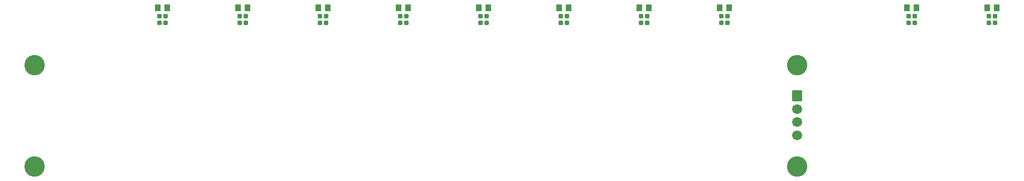
<source format=gts>
G04 Layer: TopSolderMaskLayer*
G04 EasyEDA v6.5.34, 2023-08-10 19:26:28*
G04 b0001c0d98ad43d6911fc97ed176d0b1,5a6b42c53f6a479593ecc07194224c93,10*
G04 Gerber Generator version 0.2*
G04 Scale: 100 percent, Rotated: No, Reflected: No *
G04 Dimensions in millimeters *
G04 leading zeros omitted , absolute positions ,4 integer and 5 decimal *
%FSLAX45Y45*%
%MOMM*%

%AMMACRO1*1,1,$1,$2,$3*1,1,$1,$4,$5*1,1,$1,0-$2,0-$3*1,1,$1,0-$4,0-$5*20,1,$1,$2,$3,$4,$5,0*20,1,$1,$4,$5,0-$2,0-$3,0*20,1,$1,0-$2,0-$3,0-$4,0-$5,0*20,1,$1,0-$4,0-$5,$2,$3,0*4,1,4,$2,$3,$4,$5,0-$2,0-$3,0-$4,0-$5,$2,$3,0*%
%ADD10C,1.5016*%
%ADD11MACRO1,0.1016X-0.7X0.762X-0.7X-0.762*%
%ADD12MACRO1,0.1016X-0.275X-0.275X-0.275X0.275*%
%ADD13MACRO1,0.1016X-0.4X0.45X0.4X0.45*%
%ADD14C,3.1016*%

%LPD*%
D10*
G01*
X14376400Y5910300D03*
G01*
X14376400Y6110300D03*
G01*
X14376400Y6310299D03*
D11*
G01*
X14376400Y6510299D03*
D12*
G01*
X10785576Y7623298D03*
G01*
X10880592Y7623298D03*
G01*
X10880597Y7718320D03*
G01*
X10785576Y7718319D03*
G01*
X17287976Y7623298D03*
G01*
X17382992Y7623298D03*
G01*
X17382998Y7718320D03*
G01*
X17287976Y7718319D03*
D13*
G01*
X17405499Y7848600D03*
G01*
X17265500Y7848600D03*
D12*
G01*
X16068776Y7623298D03*
G01*
X16163792Y7623298D03*
G01*
X16163797Y7718320D03*
G01*
X16068776Y7718319D03*
D13*
G01*
X16186299Y7848600D03*
G01*
X16046300Y7848600D03*
D12*
G01*
X13223976Y7623298D03*
G01*
X13318992Y7623298D03*
G01*
X13318997Y7718320D03*
G01*
X13223976Y7718319D03*
D13*
G01*
X13341499Y7848600D03*
G01*
X13201500Y7848600D03*
D12*
G01*
X12004776Y7623298D03*
G01*
X12099792Y7623298D03*
G01*
X12099797Y7718320D03*
G01*
X12004776Y7718319D03*
D13*
G01*
X12122299Y7848600D03*
G01*
X11982300Y7848600D03*
G01*
X10903099Y7848600D03*
G01*
X10763100Y7848600D03*
D12*
G01*
X9566376Y7623298D03*
G01*
X9661392Y7623298D03*
G01*
X9661397Y7718320D03*
G01*
X9566376Y7718319D03*
D13*
G01*
X9683899Y7848600D03*
G01*
X9543900Y7848600D03*
D12*
G01*
X8347176Y7623298D03*
G01*
X8442192Y7623298D03*
G01*
X8442197Y7718320D03*
G01*
X8347176Y7718319D03*
D13*
G01*
X8464699Y7848600D03*
G01*
X8324700Y7848600D03*
D12*
G01*
X7127976Y7623298D03*
G01*
X7222992Y7623298D03*
G01*
X7222997Y7718320D03*
G01*
X7127976Y7718319D03*
D13*
G01*
X7245499Y7848600D03*
G01*
X7105500Y7848600D03*
D12*
G01*
X5908776Y7623298D03*
G01*
X6003792Y7623298D03*
G01*
X6003797Y7718320D03*
G01*
X5908776Y7718319D03*
D13*
G01*
X6026299Y7848600D03*
G01*
X5886300Y7848600D03*
D12*
G01*
X4689576Y7623298D03*
G01*
X4784592Y7623298D03*
G01*
X4784597Y7718320D03*
G01*
X4689576Y7718319D03*
D13*
G01*
X4807099Y7848600D03*
G01*
X4667100Y7848600D03*
D14*
G01*
X14376400Y6972300D03*
G01*
X14376400Y5435574D03*
G01*
X2794000Y6972300D03*
G01*
X2794000Y5435600D03*
M02*

</source>
